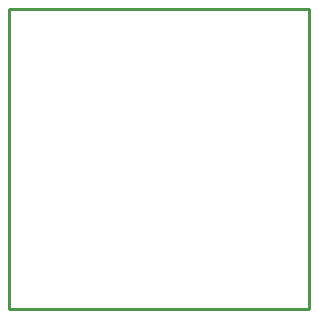
<source format=gbr>
G04 #@! TF.FileFunction,Profile,NP*
%FSLAX46Y46*%
G04 Gerber Fmt 4.6, Leading zero omitted, Abs format (unit mm)*
G04 Created by KiCad (PCBNEW 4.0.7) date 11/03/17 21:56:08*
%MOMM*%
%LPD*%
G01*
G04 APERTURE LIST*
%ADD10C,0.100000*%
%ADD11C,0.254000*%
G04 APERTURE END LIST*
D10*
D11*
X150000000Y-100000000D02*
X124600000Y-100000000D01*
X124600000Y-125400000D02*
X124600000Y-100000000D01*
X150000000Y-125400000D02*
X124600000Y-125400000D01*
X150000000Y-125400000D02*
X150000000Y-100000000D01*
M02*

</source>
